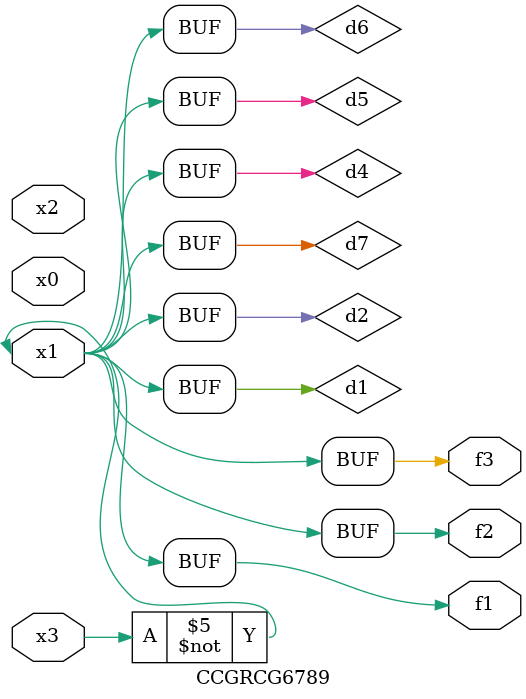
<source format=v>
module CCGRCG6789(
	input x0, x1, x2, x3,
	output f1, f2, f3
);

	wire d1, d2, d3, d4, d5, d6, d7;

	not (d1, x3);
	buf (d2, x1);
	xnor (d3, d1, d2);
	nor (d4, d1);
	buf (d5, d1, d2);
	buf (d6, d4, d5);
	nand (d7, d4);
	assign f1 = d6;
	assign f2 = d7;
	assign f3 = d6;
endmodule

</source>
